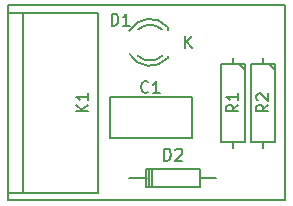
<source format=gbr>
G04 #@! TF.FileFunction,Legend,Top*
%FSLAX46Y46*%
G04 Gerber Fmt 4.6, Leading zero omitted, Abs format (unit mm)*
G04 Created by KiCad (PCBNEW 4.0.0-rc1-stable) date 11/30/2015 5:11:31 PM*
%MOMM*%
G01*
G04 APERTURE LIST*
%ADD10C,0.100000*%
%ADD11C,0.150000*%
G04 APERTURE END LIST*
D10*
D11*
X157480000Y-103505000D02*
X154305000Y-103505000D01*
X154305000Y-120015000D02*
X157480000Y-120015000D01*
X133985000Y-120015000D02*
X133985000Y-103505000D01*
X154305000Y-120015000D02*
X133985000Y-120015000D01*
X157480000Y-103505000D02*
X157480000Y-120015000D01*
X133985000Y-103505000D02*
X154305000Y-103505000D01*
X149590000Y-114780000D02*
X142590000Y-114780000D01*
X142590000Y-114780000D02*
X142590000Y-111280000D01*
X142590000Y-111280000D02*
X149590000Y-111280000D01*
X149590000Y-111280000D02*
X149590000Y-114780000D01*
X147519000Y-105366000D02*
X147519000Y-105566000D01*
X147519000Y-107960000D02*
X147519000Y-107780000D01*
X144291256Y-107649643D02*
G75*
G03X147519000Y-107966000I1727744J1003643D01*
G01*
X144966994Y-107779068D02*
G75*
G03X147070000Y-107780000I1052006J1133068D01*
G01*
X147506220Y-105339274D02*
G75*
G03X144269000Y-105686000I-1497220J-1306726D01*
G01*
X147032889Y-105566747D02*
G75*
G03X144985000Y-105586000I-1013889J-1079253D01*
G01*
X150241520Y-118107460D02*
X151638520Y-118107460D01*
X145796520Y-118107460D02*
X144272520Y-118107460D01*
X146177520Y-117345460D02*
X146177520Y-118869460D01*
X145923520Y-117345460D02*
X145923520Y-118869460D01*
X145669520Y-118107460D02*
X145669520Y-118869460D01*
X145669520Y-118869460D02*
X150241520Y-118869460D01*
X150241520Y-118869460D02*
X150241520Y-117345460D01*
X150241520Y-117345460D02*
X145669520Y-117345460D01*
X145669520Y-117345460D02*
X145669520Y-118107460D01*
X133985000Y-104140000D02*
X141605000Y-104140000D01*
X133985000Y-119380000D02*
X141605000Y-119380000D01*
X135255000Y-104140000D02*
X135255000Y-119380000D01*
X141605000Y-104140000D02*
X141605000Y-119380000D01*
X133985000Y-104140000D02*
X133985000Y-119380000D01*
X153035000Y-107950000D02*
X153035000Y-108458000D01*
X153035000Y-115570000D02*
X153035000Y-115062000D01*
X153035000Y-115062000D02*
X154051000Y-115062000D01*
X154051000Y-115062000D02*
X154051000Y-108458000D01*
X154051000Y-108458000D02*
X152019000Y-108458000D01*
X152019000Y-108458000D02*
X152019000Y-115062000D01*
X152019000Y-115062000D02*
X153035000Y-115062000D01*
X153543000Y-108458000D02*
X154051000Y-108966000D01*
X155575000Y-107950000D02*
X155575000Y-108458000D01*
X155575000Y-115570000D02*
X155575000Y-115062000D01*
X155575000Y-115062000D02*
X156591000Y-115062000D01*
X156591000Y-115062000D02*
X156591000Y-108458000D01*
X156591000Y-108458000D02*
X154559000Y-108458000D01*
X154559000Y-108458000D02*
X154559000Y-115062000D01*
X154559000Y-115062000D02*
X155575000Y-115062000D01*
X156083000Y-108458000D02*
X156591000Y-108966000D01*
X145883334Y-110847143D02*
X145835715Y-110894762D01*
X145692858Y-110942381D01*
X145597620Y-110942381D01*
X145454762Y-110894762D01*
X145359524Y-110799524D01*
X145311905Y-110704286D01*
X145264286Y-110513810D01*
X145264286Y-110370952D01*
X145311905Y-110180476D01*
X145359524Y-110085238D01*
X145454762Y-109990000D01*
X145597620Y-109942381D01*
X145692858Y-109942381D01*
X145835715Y-109990000D01*
X145883334Y-110037619D01*
X146835715Y-110942381D02*
X146264286Y-110942381D01*
X146550000Y-110942381D02*
X146550000Y-109942381D01*
X146454762Y-110085238D01*
X146359524Y-110180476D01*
X146264286Y-110228095D01*
X142771905Y-105227381D02*
X142771905Y-104227381D01*
X143010000Y-104227381D01*
X143152858Y-104275000D01*
X143248096Y-104370238D01*
X143295715Y-104465476D01*
X143343334Y-104655952D01*
X143343334Y-104798810D01*
X143295715Y-104989286D01*
X143248096Y-105084524D01*
X143152858Y-105179762D01*
X143010000Y-105227381D01*
X142771905Y-105227381D01*
X144295715Y-105227381D02*
X143724286Y-105227381D01*
X144010000Y-105227381D02*
X144010000Y-104227381D01*
X143914762Y-104370238D01*
X143819524Y-104465476D01*
X143724286Y-104513095D01*
X148963095Y-107132381D02*
X148963095Y-106132381D01*
X149534524Y-107132381D02*
X149105952Y-106560952D01*
X149534524Y-106132381D02*
X148963095Y-106703810D01*
X147216905Y-116657381D02*
X147216905Y-115657381D01*
X147455000Y-115657381D01*
X147597858Y-115705000D01*
X147693096Y-115800238D01*
X147740715Y-115895476D01*
X147788334Y-116085952D01*
X147788334Y-116228810D01*
X147740715Y-116419286D01*
X147693096Y-116514524D01*
X147597858Y-116609762D01*
X147455000Y-116657381D01*
X147216905Y-116657381D01*
X148169286Y-115752619D02*
X148216905Y-115705000D01*
X148312143Y-115657381D01*
X148550239Y-115657381D01*
X148645477Y-115705000D01*
X148693096Y-115752619D01*
X148740715Y-115847857D01*
X148740715Y-115943095D01*
X148693096Y-116085952D01*
X148121667Y-116657381D01*
X148740715Y-116657381D01*
X140787381Y-112498095D02*
X139787381Y-112498095D01*
X140787381Y-111926666D02*
X140215952Y-112355238D01*
X139787381Y-111926666D02*
X140358810Y-112498095D01*
X140787381Y-110974285D02*
X140787381Y-111545714D01*
X140787381Y-111260000D02*
X139787381Y-111260000D01*
X139930238Y-111355238D01*
X140025476Y-111450476D01*
X140073095Y-111545714D01*
X153487381Y-111926666D02*
X153011190Y-112260000D01*
X153487381Y-112498095D02*
X152487381Y-112498095D01*
X152487381Y-112117142D01*
X152535000Y-112021904D01*
X152582619Y-111974285D01*
X152677857Y-111926666D01*
X152820714Y-111926666D01*
X152915952Y-111974285D01*
X152963571Y-112021904D01*
X153011190Y-112117142D01*
X153011190Y-112498095D01*
X153487381Y-110974285D02*
X153487381Y-111545714D01*
X153487381Y-111260000D02*
X152487381Y-111260000D01*
X152630238Y-111355238D01*
X152725476Y-111450476D01*
X152773095Y-111545714D01*
X156027381Y-111926666D02*
X155551190Y-112260000D01*
X156027381Y-112498095D02*
X155027381Y-112498095D01*
X155027381Y-112117142D01*
X155075000Y-112021904D01*
X155122619Y-111974285D01*
X155217857Y-111926666D01*
X155360714Y-111926666D01*
X155455952Y-111974285D01*
X155503571Y-112021904D01*
X155551190Y-112117142D01*
X155551190Y-112498095D01*
X155122619Y-111545714D02*
X155075000Y-111498095D01*
X155027381Y-111402857D01*
X155027381Y-111164761D01*
X155075000Y-111069523D01*
X155122619Y-111021904D01*
X155217857Y-110974285D01*
X155313095Y-110974285D01*
X155455952Y-111021904D01*
X156027381Y-111593333D01*
X156027381Y-110974285D01*
M02*

</source>
